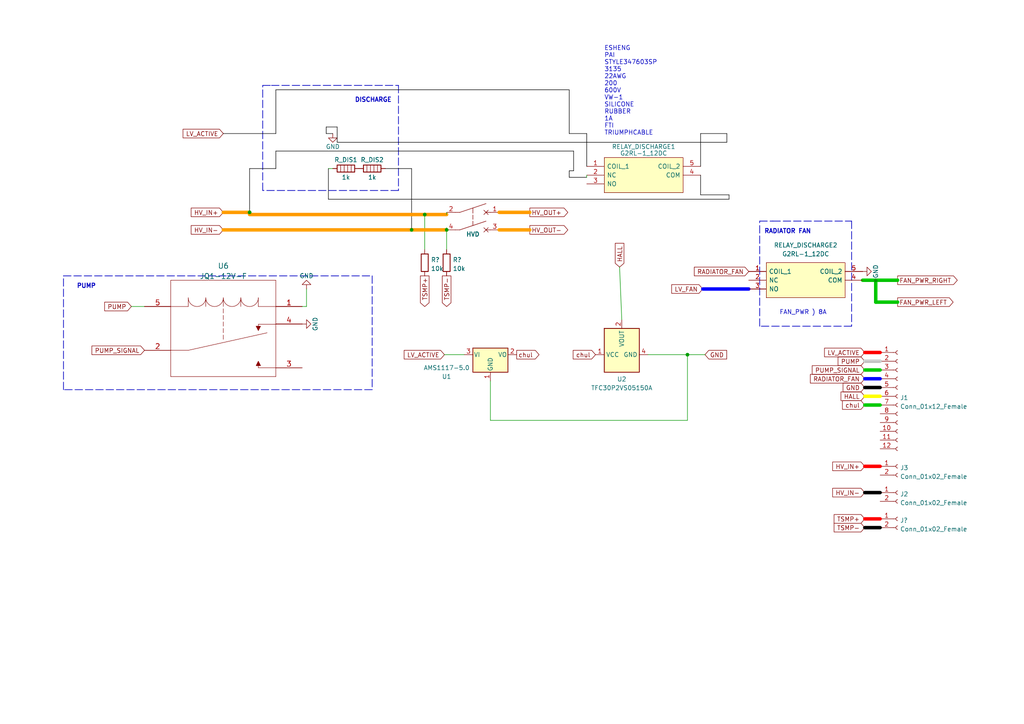
<source format=kicad_sch>
(kicad_sch (version 20211123) (generator eeschema)

  (uuid e63e39d7-6ac0-4ffd-8aa3-1841a4541b55)

  (paper "A4")

  (lib_symbols
    (symbol "Connector:Conn_01x02_Female" (pin_names (offset 1.016) hide) (in_bom yes) (on_board yes)
      (property "Reference" "J" (id 0) (at 0 2.54 0)
        (effects (font (size 1.27 1.27)))
      )
      (property "Value" "Conn_01x02_Female" (id 1) (at 0 -5.08 0)
        (effects (font (size 1.27 1.27)))
      )
      (property "Footprint" "" (id 2) (at 0 0 0)
        (effects (font (size 1.27 1.27)) hide)
      )
      (property "Datasheet" "~" (id 3) (at 0 0 0)
        (effects (font (size 1.27 1.27)) hide)
      )
      (property "ki_keywords" "connector" (id 4) (at 0 0 0)
        (effects (font (size 1.27 1.27)) hide)
      )
      (property "ki_description" "Generic connector, single row, 01x02, script generated (kicad-library-utils/schlib/autogen/connector/)" (id 5) (at 0 0 0)
        (effects (font (size 1.27 1.27)) hide)
      )
      (property "ki_fp_filters" "Connector*:*_1x??_*" (id 6) (at 0 0 0)
        (effects (font (size 1.27 1.27)) hide)
      )
      (symbol "Conn_01x02_Female_1_1"
        (arc (start 0 -2.032) (mid -0.508 -2.54) (end 0 -3.048)
          (stroke (width 0.1524) (type default) (color 0 0 0 0))
          (fill (type none))
        )
        (polyline
          (pts
            (xy -1.27 -2.54)
            (xy -0.508 -2.54)
          )
          (stroke (width 0.1524) (type default) (color 0 0 0 0))
          (fill (type none))
        )
        (polyline
          (pts
            (xy -1.27 0)
            (xy -0.508 0)
          )
          (stroke (width 0.1524) (type default) (color 0 0 0 0))
          (fill (type none))
        )
        (arc (start 0 0.508) (mid -0.508 0) (end 0 -0.508)
          (stroke (width 0.1524) (type default) (color 0 0 0 0))
          (fill (type none))
        )
        (pin passive line (at -5.08 0 0) (length 3.81)
          (name "Pin_1" (effects (font (size 1.27 1.27))))
          (number "1" (effects (font (size 1.27 1.27))))
        )
        (pin passive line (at -5.08 -2.54 0) (length 3.81)
          (name "Pin_2" (effects (font (size 1.27 1.27))))
          (number "2" (effects (font (size 1.27 1.27))))
        )
      )
    )
    (symbol "Connector:Conn_01x12_Female" (pin_names (offset 1.016) hide) (in_bom yes) (on_board yes)
      (property "Reference" "J" (id 0) (at 0 15.24 0)
        (effects (font (size 1.27 1.27)))
      )
      (property "Value" "Conn_01x12_Female" (id 1) (at 0 -17.78 0)
        (effects (font (size 1.27 1.27)))
      )
      (property "Footprint" "" (id 2) (at 0 0 0)
        (effects (font (size 1.27 1.27)) hide)
      )
      (property "Datasheet" "~" (id 3) (at 0 0 0)
        (effects (font (size 1.27 1.27)) hide)
      )
      (property "ki_keywords" "connector" (id 4) (at 0 0 0)
        (effects (font (size 1.27 1.27)) hide)
      )
      (property "ki_description" "Generic connector, single row, 01x12, script generated (kicad-library-utils/schlib/autogen/connector/)" (id 5) (at 0 0 0)
        (effects (font (size 1.27 1.27)) hide)
      )
      (property "ki_fp_filters" "Connector*:*_1x??_*" (id 6) (at 0 0 0)
        (effects (font (size 1.27 1.27)) hide)
      )
      (symbol "Conn_01x12_Female_1_1"
        (arc (start 0 -14.732) (mid -0.508 -15.24) (end 0 -15.748)
          (stroke (width 0.1524) (type default) (color 0 0 0 0))
          (fill (type none))
        )
        (arc (start 0 -12.192) (mid -0.508 -12.7) (end 0 -13.208)
          (stroke (width 0.1524) (type default) (color 0 0 0 0))
          (fill (type none))
        )
        (arc (start 0 -9.652) (mid -0.508 -10.16) (end 0 -10.668)
          (stroke (width 0.1524) (type default) (color 0 0 0 0))
          (fill (type none))
        )
        (arc (start 0 -7.112) (mid -0.508 -7.62) (end 0 -8.128)
          (stroke (width 0.1524) (type default) (color 0 0 0 0))
          (fill (type none))
        )
        (arc (start 0 -4.572) (mid -0.508 -5.08) (end 0 -5.588)
          (stroke (width 0.1524) (type default) (color 0 0 0 0))
          (fill (type none))
        )
        (arc (start 0 -2.032) (mid -0.508 -2.54) (end 0 -3.048)
          (stroke (width 0.1524) (type default) (color 0 0 0 0))
          (fill (type none))
        )
        (polyline
          (pts
            (xy -1.27 -15.24)
            (xy -0.508 -15.24)
          )
          (stroke (width 0.1524) (type default) (color 0 0 0 0))
          (fill (type none))
        )
        (polyline
          (pts
            (xy -1.27 -12.7)
            (xy -0.508 -12.7)
          )
          (stroke (width 0.1524) (type default) (color 0 0 0 0))
          (fill (type none))
        )
        (polyline
          (pts
            (xy -1.27 -10.16)
            (xy -0.508 -10.16)
          )
          (stroke (width 0.1524) (type default) (color 0 0 0 0))
          (fill (type none))
        )
        (polyline
          (pts
            (xy -1.27 -7.62)
            (xy -0.508 -7.62)
          )
          (stroke (width 0.1524) (type default) (color 0 0 0 0))
          (fill (type none))
        )
        (polyline
          (pts
            (xy -1.27 -5.08)
            (xy -0.508 -5.08)
          )
          (stroke (width 0.1524) (type default) (color 0 0 0 0))
          (fill (type none))
        )
        (polyline
          (pts
            (xy -1.27 -2.54)
            (xy -0.508 -2.54)
          )
          (stroke (width 0.1524) (type default) (color 0 0 0 0))
          (fill (type none))
        )
        (polyline
          (pts
            (xy -1.27 0)
            (xy -0.508 0)
          )
          (stroke (width 0.1524) (type default) (color 0 0 0 0))
          (fill (type none))
        )
        (polyline
          (pts
            (xy -1.27 2.54)
            (xy -0.508 2.54)
          )
          (stroke (width 0.1524) (type default) (color 0 0 0 0))
          (fill (type none))
        )
        (polyline
          (pts
            (xy -1.27 5.08)
            (xy -0.508 5.08)
          )
          (stroke (width 0.1524) (type default) (color 0 0 0 0))
          (fill (type none))
        )
        (polyline
          (pts
            (xy -1.27 7.62)
            (xy -0.508 7.62)
          )
          (stroke (width 0.1524) (type default) (color 0 0 0 0))
          (fill (type none))
        )
        (polyline
          (pts
            (xy -1.27 10.16)
            (xy -0.508 10.16)
          )
          (stroke (width 0.1524) (type default) (color 0 0 0 0))
          (fill (type none))
        )
        (polyline
          (pts
            (xy -1.27 12.7)
            (xy -0.508 12.7)
          )
          (stroke (width 0.1524) (type default) (color 0 0 0 0))
          (fill (type none))
        )
        (arc (start 0 0.508) (mid -0.508 0) (end 0 -0.508)
          (stroke (width 0.1524) (type default) (color 0 0 0 0))
          (fill (type none))
        )
        (arc (start 0 3.048) (mid -0.508 2.54) (end 0 2.032)
          (stroke (width 0.1524) (type default) (color 0 0 0 0))
          (fill (type none))
        )
        (arc (start 0 5.588) (mid -0.508 5.08) (end 0 4.572)
          (stroke (width 0.1524) (type default) (color 0 0 0 0))
          (fill (type none))
        )
        (arc (start 0 8.128) (mid -0.508 7.62) (end 0 7.112)
          (stroke (width 0.1524) (type default) (color 0 0 0 0))
          (fill (type none))
        )
        (arc (start 0 10.668) (mid -0.508 10.16) (end 0 9.652)
          (stroke (width 0.1524) (type default) (color 0 0 0 0))
          (fill (type none))
        )
        (arc (start 0 13.208) (mid -0.508 12.7) (end 0 12.192)
          (stroke (width 0.1524) (type default) (color 0 0 0 0))
          (fill (type none))
        )
        (pin passive line (at -5.08 12.7 0) (length 3.81)
          (name "Pin_1" (effects (font (size 1.27 1.27))))
          (number "1" (effects (font (size 1.27 1.27))))
        )
        (pin passive line (at -5.08 -10.16 0) (length 3.81)
          (name "Pin_10" (effects (font (size 1.27 1.27))))
          (number "10" (effects (font (size 1.27 1.27))))
        )
        (pin passive line (at -5.08 -12.7 0) (length 3.81)
          (name "Pin_11" (effects (font (size 1.27 1.27))))
          (number "11" (effects (font (size 1.27 1.27))))
        )
        (pin passive line (at -5.08 -15.24 0) (length 3.81)
          (name "Pin_12" (effects (font (size 1.27 1.27))))
          (number "12" (effects (font (size 1.27 1.27))))
        )
        (pin passive line (at -5.08 10.16 0) (length 3.81)
          (name "Pin_2" (effects (font (size 1.27 1.27))))
          (number "2" (effects (font (size 1.27 1.27))))
        )
        (pin passive line (at -5.08 7.62 0) (length 3.81)
          (name "Pin_3" (effects (font (size 1.27 1.27))))
          (number "3" (effects (font (size 1.27 1.27))))
        )
        (pin passive line (at -5.08 5.08 0) (length 3.81)
          (name "Pin_4" (effects (font (size 1.27 1.27))))
          (number "4" (effects (font (size 1.27 1.27))))
        )
        (pin passive line (at -5.08 2.54 0) (length 3.81)
          (name "Pin_5" (effects (font (size 1.27 1.27))))
          (number "5" (effects (font (size 1.27 1.27))))
        )
        (pin passive line (at -5.08 0 0) (length 3.81)
          (name "Pin_6" (effects (font (size 1.27 1.27))))
          (number "6" (effects (font (size 1.27 1.27))))
        )
        (pin passive line (at -5.08 -2.54 0) (length 3.81)
          (name "Pin_7" (effects (font (size 1.27 1.27))))
          (number "7" (effects (font (size 1.27 1.27))))
        )
        (pin passive line (at -5.08 -5.08 0) (length 3.81)
          (name "Pin_8" (effects (font (size 1.27 1.27))))
          (number "8" (effects (font (size 1.27 1.27))))
        )
        (pin passive line (at -5.08 -7.62 0) (length 3.81)
          (name "Pin_9" (effects (font (size 1.27 1.27))))
          (number "9" (effects (font (size 1.27 1.27))))
        )
      )
    )
    (symbol "Device:CircuitBreaker_2P" (in_bom yes) (on_board yes)
      (property "Reference" "CB" (id 0) (at 3.81 0 0)
        (effects (font (size 1.27 1.27)) (justify left))
      )
      (property "Value" "CircuitBreaker_2P" (id 1) (at 3.81 2.54 0)
        (effects (font (size 1.27 1.27)) (justify left))
      )
      (property "Footprint" "" (id 2) (at -2.54 0 0)
        (effects (font (size 1.27 1.27)) hide)
      )
      (property "Datasheet" "~" (id 3) (at -2.54 0 0)
        (effects (font (size 1.27 1.27)) hide)
      )
      (property "ki_keywords" "CB 2P" (id 4) (at 0 0 0)
        (effects (font (size 1.27 1.27)) hide)
      )
      (property "ki_description" "Double pole circuit breaker" (id 5) (at 0 0 0)
        (effects (font (size 1.27 1.27)) hide)
      )
      (symbol "CircuitBreaker_2P_0_1"
        (polyline
          (pts
            (xy -3.81 0)
            (xy -2.286 0)
          )
          (stroke (width 0) (type default) (color 0 0 0 0))
          (fill (type none))
        )
        (polyline
          (pts
            (xy -2.54 -3.81)
            (xy -5.08 3.81)
          )
          (stroke (width 0) (type default) (color 0 0 0 0))
          (fill (type none))
        )
        (polyline
          (pts
            (xy -1.778 0)
            (xy -0.508 0)
          )
          (stroke (width 0) (type default) (color 0 0 0 0))
          (fill (type none))
        )
        (polyline
          (pts
            (xy 0 0)
            (xy 1.27 0)
          )
          (stroke (width 0) (type default) (color 0 0 0 0))
          (fill (type none))
        )
        (polyline
          (pts
            (xy 2.54 -5.08)
            (xy 2.54 -3.81)
          )
          (stroke (width 0) (type default) (color 0 0 0 0))
          (fill (type none))
        )
        (polyline
          (pts
            (xy 2.54 -3.81)
            (xy 0 3.81)
          )
          (stroke (width 0) (type default) (color 0 0 0 0))
          (fill (type none))
        )
      )
      (symbol "CircuitBreaker_2P_1_1"
        (polyline
          (pts
            (xy -3.175 4.445)
            (xy -1.905 3.175)
          )
          (stroke (width 0) (type default) (color 0 0 0 0))
          (fill (type none))
        )
        (polyline
          (pts
            (xy -2.54 -3.81)
            (xy -2.54 -5.08)
          )
          (stroke (width 0) (type default) (color 0 0 0 0))
          (fill (type none))
        )
        (polyline
          (pts
            (xy -2.54 5.08)
            (xy -2.54 3.81)
          )
          (stroke (width 0) (type default) (color 0 0 0 0))
          (fill (type none))
        )
        (polyline
          (pts
            (xy -1.905 4.445)
            (xy -3.175 3.175)
          )
          (stroke (width 0) (type default) (color 0 0 0 0))
          (fill (type none))
        )
        (polyline
          (pts
            (xy 1.905 4.445)
            (xy 3.175 3.175)
          )
          (stroke (width 0) (type default) (color 0 0 0 0))
          (fill (type none))
        )
        (polyline
          (pts
            (xy 2.54 5.08)
            (xy 2.54 3.81)
          )
          (stroke (width 0) (type default) (color 0 0 0 0))
          (fill (type none))
        )
        (polyline
          (pts
            (xy 3.175 4.445)
            (xy 1.905 3.175)
          )
          (stroke (width 0) (type default) (color 0 0 0 0))
          (fill (type none))
        )
        (pin passive line (at -2.54 7.62 270) (length 2.54)
          (name "~" (effects (font (size 1.27 1.27))))
          (number "1" (effects (font (size 1.27 1.27))))
        )
        (pin passive line (at -2.54 -7.62 90) (length 2.54)
          (name "~" (effects (font (size 1.27 1.27))))
          (number "2" (effects (font (size 1.27 1.27))))
        )
        (pin passive line (at 2.54 7.62 270) (length 2.54)
          (name "~" (effects (font (size 1.27 1.27))))
          (number "3" (effects (font (size 1.27 1.27))))
        )
        (pin passive line (at 2.54 -7.62 90) (length 2.54)
          (name "~" (effects (font (size 1.27 1.27))))
          (number "4" (effects (font (size 1.27 1.27))))
        )
      )
    )
    (symbol "Device:Heater" (pin_numbers hide) (pin_names (offset 0)) (in_bom yes) (on_board yes)
      (property "Reference" "R" (id 0) (at 2.032 0 90)
        (effects (font (size 1.27 1.27)))
      )
      (property "Value" "Heater" (id 1) (at -2.032 0 90)
        (effects (font (size 1.27 1.27)))
      )
      (property "Footprint" "" (id 2) (at -1.778 0 90)
        (effects (font (size 1.27 1.27)) hide)
      )
      (property "Datasheet" "~" (id 3) (at 0 0 0)
        (effects (font (size 1.27 1.27)) hide)
      )
      (property "ki_keywords" "heater R resistor" (id 4) (at 0 0 0)
        (effects (font (size 1.27 1.27)) hide)
      )
      (property "ki_description" "Resistive heater" (id 5) (at 0 0 0)
        (effects (font (size 1.27 1.27)) hide)
      )
      (symbol "Heater_0_1"
        (rectangle (start -1.016 -2.54) (end 1.016 2.54)
          (stroke (width 0.254) (type default) (color 0 0 0 0))
          (fill (type none))
        )
        (polyline
          (pts
            (xy -1.016 1.524)
            (xy 1.016 1.524)
          )
          (stroke (width 0) (type default) (color 0 0 0 0))
          (fill (type none))
        )
        (polyline
          (pts
            (xy 1.016 -1.524)
            (xy -1.016 -1.524)
          )
          (stroke (width 0) (type default) (color 0 0 0 0))
          (fill (type none))
        )
        (polyline
          (pts
            (xy 1.016 -0.508)
            (xy -1.016 -0.508)
          )
          (stroke (width 0) (type default) (color 0 0 0 0))
          (fill (type none))
        )
        (polyline
          (pts
            (xy 1.016 0.508)
            (xy -1.016 0.508)
          )
          (stroke (width 0) (type default) (color 0 0 0 0))
          (fill (type none))
        )
      )
      (symbol "Heater_1_1"
        (pin passive line (at 0 3.81 270) (length 1.27)
          (name "~" (effects (font (size 1.27 1.27))))
          (number "1" (effects (font (size 1.27 1.27))))
        )
        (pin passive line (at 0 -3.81 90) (length 1.27)
          (name "~" (effects (font (size 1.27 1.27))))
          (number "2" (effects (font (size 1.27 1.27))))
        )
      )
    )
    (symbol "Device:R" (pin_numbers hide) (pin_names (offset 0)) (in_bom yes) (on_board yes)
      (property "Reference" "R" (id 0) (at 2.032 0 90)
        (effects (font (size 1.27 1.27)))
      )
      (property "Value" "R" (id 1) (at 0 0 90)
        (effects (font (size 1.27 1.27)))
      )
      (property "Footprint" "" (id 2) (at -1.778 0 90)
        (effects (font (size 1.27 1.27)) hide)
      )
      (property "Datasheet" "~" (id 3) (at 0 0 0)
        (effects (font (size 1.27 1.27)) hide)
      )
      (property "ki_keywords" "R res resistor" (id 4) (at 0 0 0)
        (effects (font (size 1.27 1.27)) hide)
      )
      (property "ki_description" "Resistor" (id 5) (at 0 0 0)
        (effects (font (size 1.27 1.27)) hide)
      )
      (property "ki_fp_filters" "R_*" (id 6) (at 0 0 0)
        (effects (font (size 1.27 1.27)) hide)
      )
      (symbol "R_0_1"
        (rectangle (start -1.016 -2.54) (end 1.016 2.54)
          (stroke (width 0.254) (type default) (color 0 0 0 0))
          (fill (type none))
        )
      )
      (symbol "R_1_1"
        (pin passive line (at 0 3.81 270) (length 1.27)
          (name "~" (effects (font (size 1.27 1.27))))
          (number "1" (effects (font (size 1.27 1.27))))
        )
        (pin passive line (at 0 -3.81 90) (length 1.27)
          (name "~" (effects (font (size 1.27 1.27))))
          (number "2" (effects (font (size 1.27 1.27))))
        )
      )
    )
    (symbol "G2RL-1_12DC:G2RL-1_12DC" (pin_names (offset 0.762)) (in_bom yes) (on_board yes)
      (property "Reference" "K" (id 0) (at 29.21 7.62 0)
        (effects (font (size 1.27 1.27)) (justify left))
      )
      (property "Value" "G2RL-1_12DC" (id 1) (at 29.21 5.08 0)
        (effects (font (size 1.27 1.27)) (justify left))
      )
      (property "Footprint" "G2RL112DC" (id 2) (at 29.21 2.54 0)
        (effects (font (size 1.27 1.27)) (justify left) hide)
      )
      (property "Datasheet" "http://uk.rs-online.com/web/p/products/3650490P" (id 3) (at 29.21 0 0)
        (effects (font (size 1.27 1.27)) (justify left) hide)
      )
      (property "Description" "General Purpose Relay, G2RL Series, Power, Non Latching, SPDT, 12 VDC, 12 A RoHS Compliant: Yes" (id 4) (at 29.21 -2.54 0)
        (effects (font (size 1.27 1.27)) (justify left) hide)
      )
      (property "Height" "15.7" (id 5) (at 29.21 -5.08 0)
        (effects (font (size 1.27 1.27)) (justify left) hide)
      )
      (property "Manufacturer_Name" "Omron Electronics" (id 6) (at 29.21 -7.62 0)
        (effects (font (size 1.27 1.27)) (justify left) hide)
      )
      (property "Manufacturer_Part_Number" "G2RL-1 12DC" (id 7) (at 29.21 -10.16 0)
        (effects (font (size 1.27 1.27)) (justify left) hide)
      )
      (property "Mouser Part Number" "" (id 8) (at 29.21 -12.7 0)
        (effects (font (size 1.27 1.27)) (justify left) hide)
      )
      (property "Mouser Price/Stock" "" (id 9) (at 29.21 -15.24 0)
        (effects (font (size 1.27 1.27)) (justify left) hide)
      )
      (property "Arrow Part Number" "" (id 10) (at 29.21 -17.78 0)
        (effects (font (size 1.27 1.27)) (justify left) hide)
      )
      (property "Arrow Price/Stock" "" (id 11) (at 29.21 -20.32 0)
        (effects (font (size 1.27 1.27)) (justify left) hide)
      )
      (property "ki_description" "General Purpose Relay, G2RL Series, Power, Non Latching, SPDT, 12 VDC, 12 A RoHS Compliant: Yes" (id 12) (at 0 0 0)
        (effects (font (size 1.27 1.27)) hide)
      )
      (symbol "G2RL-1_12DC_0_0"
        (pin passive line (at 0 0 0) (length 5.08)
          (name "COIL_1" (effects (font (size 1.27 1.27))))
          (number "1" (effects (font (size 1.27 1.27))))
        )
        (pin passive line (at 0 -2.54 0) (length 5.08)
          (name "NC" (effects (font (size 1.27 1.27))))
          (number "2" (effects (font (size 1.27 1.27))))
        )
        (pin passive line (at 0 -5.08 0) (length 5.08)
          (name "NO" (effects (font (size 1.27 1.27))))
          (number "3" (effects (font (size 1.27 1.27))))
        )
        (pin passive line (at 33.02 -2.54 180) (length 5.08)
          (name "COM" (effects (font (size 1.27 1.27))))
          (number "4" (effects (font (size 1.27 1.27))))
        )
        (pin passive line (at 33.02 0 180) (length 5.08)
          (name "COIL_2" (effects (font (size 1.27 1.27))))
          (number "5" (effects (font (size 1.27 1.27))))
        )
      )
      (symbol "G2RL-1_12DC_0_1"
        (polyline
          (pts
            (xy 5.08 2.54)
            (xy 27.94 2.54)
            (xy 27.94 -7.62)
            (xy 5.08 -7.62)
            (xy 5.08 2.54)
          )
          (stroke (width 0.1524) (type default) (color 0 0 0 0))
          (fill (type background))
        )
      )
    )
    (symbol "New_Library:JQ1-12V-F" (pin_names (offset -0.254) hide) (in_bom yes) (on_board yes)
      (property "Reference" "U" (id 0) (at 22.86 12.7 0)
        (effects (font (size 1.524 1.524)))
      )
      (property "Value" "JQ1-12V-F" (id 1) (at 22.86 10.16 0)
        (effects (font (size 1.524 1.524)))
      )
      (property "Footprint" "RELAY_JQ1_PAN" (id 2) (at 22.86 8.636 0)
        (effects (font (size 1.524 1.524)) hide)
      )
      (property "Datasheet" "" (id 3) (at 0 0 0)
        (effects (font (size 1.524 1.524)))
      )
      (property "ki_locked" "" (id 4) (at 0 0 0)
        (effects (font (size 1.27 1.27)))
      )
      (property "ki_fp_filters" "RELAY_JQ1_PAN" (id 5) (at 0 0 0)
        (effects (font (size 1.27 1.27)) hide)
      )
      (symbol "JQ1-12V-F_1_1"
        (polyline
          (pts
            (xy 7.62 -20.32)
            (xy 38.1 -20.32)
          )
          (stroke (width 0.127) (type default) (color 0 0 0 0))
          (fill (type none))
        )
        (polyline
          (pts
            (xy 7.62 7.62)
            (xy 7.62 -20.32)
          )
          (stroke (width 0.127) (type default) (color 0 0 0 0))
          (fill (type none))
        )
        (polyline
          (pts
            (xy 12.7 -12.7)
            (xy 7.62 -12.7)
          )
          (stroke (width 0.127) (type default) (color 0 0 0 0))
          (fill (type none))
        )
        (polyline
          (pts
            (xy 12.7 -12.7)
            (xy 35.56 -7.62)
          )
          (stroke (width 0.127) (type default) (color 0 0 0 0))
          (fill (type none))
        )
        (polyline
          (pts
            (xy 12.7 0)
            (xy 7.62 0)
          )
          (stroke (width 0.127) (type default) (color 0 0 0 0))
          (fill (type none))
        )
        (polyline
          (pts
            (xy 12.7 2.54)
            (xy 12.7 0)
          )
          (stroke (width 0.127) (type default) (color 0 0 0 0))
          (fill (type none))
        )
        (polyline
          (pts
            (xy 17.78 2.54)
            (xy 17.78 0)
          )
          (stroke (width 0.127) (type default) (color 0 0 0 0))
          (fill (type none))
        )
        (polyline
          (pts
            (xy 22.86 -8.255)
            (xy 22.86 -9.525)
          )
          (stroke (width 0.127) (type default) (color 0 0 0 0))
          (fill (type none))
        )
        (polyline
          (pts
            (xy 22.86 -6.35)
            (xy 22.86 -7.62)
          )
          (stroke (width 0.127) (type default) (color 0 0 0 0))
          (fill (type none))
        )
        (polyline
          (pts
            (xy 22.86 -4.445)
            (xy 22.86 -5.715)
          )
          (stroke (width 0.127) (type default) (color 0 0 0 0))
          (fill (type none))
        )
        (polyline
          (pts
            (xy 22.86 -2.54)
            (xy 22.86 -3.81)
          )
          (stroke (width 0.127) (type default) (color 0 0 0 0))
          (fill (type none))
        )
        (polyline
          (pts
            (xy 22.86 -1.905)
            (xy 22.86 -0.635)
          )
          (stroke (width 0.127) (type default) (color 0 0 0 0))
          (fill (type none))
        )
        (polyline
          (pts
            (xy 22.86 2.54)
            (xy 22.86 0)
          )
          (stroke (width 0.127) (type default) (color 0 0 0 0))
          (fill (type none))
        )
        (polyline
          (pts
            (xy 27.94 2.54)
            (xy 27.94 0)
          )
          (stroke (width 0.127) (type default) (color 0 0 0 0))
          (fill (type none))
        )
        (polyline
          (pts
            (xy 33.02 -17.78)
            (xy 33.02 -16.51)
          )
          (stroke (width 0.127) (type default) (color 0 0 0 0))
          (fill (type none))
        )
        (polyline
          (pts
            (xy 33.02 0)
            (xy 38.1 0)
          )
          (stroke (width 0.127) (type default) (color 0 0 0 0))
          (fill (type none))
        )
        (polyline
          (pts
            (xy 33.02 2.54)
            (xy 33.02 0)
          )
          (stroke (width 0.127) (type default) (color 0 0 0 0))
          (fill (type none))
        )
        (polyline
          (pts
            (xy 33.0454 -6.477)
            (xy 33.0454 -5.1562)
          )
          (stroke (width 0.127) (type default) (color 0 0 0 0))
          (fill (type none))
        )
        (polyline
          (pts
            (xy 33.0454 -5.1562)
            (xy 38.1254 -5.1562)
          )
          (stroke (width 0.127) (type default) (color 0 0 0 0))
          (fill (type none))
        )
        (polyline
          (pts
            (xy 38.1 -20.32)
            (xy 38.1 7.62)
          )
          (stroke (width 0.127) (type default) (color 0 0 0 0))
          (fill (type none))
        )
        (polyline
          (pts
            (xy 38.1 -17.78)
            (xy 33.02 -17.78)
          )
          (stroke (width 0.127) (type default) (color 0 0 0 0))
          (fill (type none))
        )
        (polyline
          (pts
            (xy 38.1 7.62)
            (xy 7.62 7.62)
          )
          (stroke (width 0.127) (type default) (color 0 0 0 0))
          (fill (type none))
        )
        (polyline
          (pts
            (xy 32.385 -5.715)
            (xy 33.655 -5.715)
            (xy 33.02 -6.985)
            (xy 32.385 -5.715)
          )
          (stroke (width 0) (type default) (color 0 0 0 0))
          (fill (type outline))
        )
        (polyline
          (pts
            (xy 33.655 -17.145)
            (xy 32.385 -17.145)
            (xy 33.02 -15.875)
            (xy 33.655 -17.145)
          )
          (stroke (width 0) (type default) (color 0 0 0 0))
          (fill (type outline))
        )
        (arc (start 12.7 2.54) (mid 15.24 0) (end 17.78 2.54)
          (stroke (width 0.127) (type default) (color 0 0 0 0))
          (fill (type none))
        )
        (arc (start 17.78 2.54) (mid 20.32 0) (end 22.86 2.54)
          (stroke (width 0.127) (type default) (color 0 0 0 0))
          (fill (type none))
        )
        (arc (start 22.86 2.54) (mid 25.4 0) (end 27.94 2.54)
          (stroke (width 0.127) (type default) (color 0 0 0 0))
          (fill (type none))
        )
        (arc (start 27.94 2.54) (mid 30.48 0) (end 33.02 2.54)
          (stroke (width 0.127) (type default) (color 0 0 0 0))
          (fill (type none))
        )
        (pin unspecified line (at 45.72 0 180) (length 7.62)
          (name "1" (effects (font (size 1.4986 1.4986))))
          (number "1" (effects (font (size 1.4986 1.4986))))
        )
        (pin unspecified line (at 0 -12.7 0) (length 7.62)
          (name "2" (effects (font (size 1.4986 1.4986))))
          (number "2" (effects (font (size 1.4986 1.4986))))
        )
        (pin unspecified line (at 45.72 -17.78 180) (length 7.62)
          (name "3" (effects (font (size 1.4986 1.4986))))
          (number "3" (effects (font (size 1.4986 1.4986))))
        )
        (pin unspecified line (at 45.72 -5.08 180) (length 7.62)
          (name "4" (effects (font (size 1.4986 1.4986))))
          (number "4" (effects (font (size 1.4986 1.4986))))
        )
        (pin unspecified line (at 0 0 0) (length 7.62)
          (name "5" (effects (font (size 1.4986 1.4986))))
          (number "5" (effects (font (size 1.4986 1.4986))))
        )
      )
    )
    (symbol "Regulator_Linear:AMS1117-5.0" (pin_names (offset 0.254)) (in_bom yes) (on_board yes)
      (property "Reference" "U" (id 0) (at -3.81 3.175 0)
        (effects (font (size 1.27 1.27)))
      )
      (property "Value" "AMS1117-5.0" (id 1) (at 0 3.175 0)
        (effects (font (size 1.27 1.27)) (justify left))
      )
      (property "Footprint" "Package_TO_SOT_SMD:SOT-223-3_TabPin2" (id 2) (at 0 5.08 0)
        (effects (font (size 1.27 1.27)) hide)
      )
      (property "Datasheet" "http://www.advanced-monolithic.com/pdf/ds1117.pdf" (id 3) (at 2.54 -6.35 0)
        (effects (font (size 1.27 1.27)) hide)
      )
      (property "ki_keywords" "linear regulator ldo fixed positive" (id 4) (at 0 0 0)
        (effects (font (size 1.27 1.27)) hide)
      )
      (property "ki_description" "1A Low Dropout regulator, positive, 5.0V fixed output, SOT-223" (id 5) (at 0 0 0)
        (effects (font (size 1.27 1.27)) hide)
      )
      (property "ki_fp_filters" "SOT?223*TabPin2*" (id 6) (at 0 0 0)
        (effects (font (size 1.27 1.27)) hide)
      )
      (symbol "AMS1117-5.0_0_1"
        (rectangle (start -5.08 -5.08) (end 5.08 1.905)
          (stroke (width 0.254) (type default) (color 0 0 0 0))
          (fill (type background))
        )
      )
      (symbol "AMS1117-5.0_1_1"
        (pin power_in line (at 0 -7.62 90) (length 2.54)
          (name "GND" (effects (font (size 1.27 1.27))))
          (number "1" (effects (font (size 1.27 1.27))))
        )
        (pin power_out line (at 7.62 0 180) (length 2.54)
          (name "VO" (effects (font (size 1.27 1.27))))
          (number "2" (effects (font (size 1.27 1.27))))
        )
        (pin power_in line (at -7.62 0 0) (length 2.54)
          (name "VI" (effects (font (size 1.27 1.27))))
          (number "3" (effects (font (size 1.27 1.27))))
        )
      )
    )
    (symbol "Sensor_Current:A1363xKTTN-1" (in_bom yes) (on_board yes)
      (property "Reference" "U" (id 0) (at 8.89 6.35 0)
        (effects (font (size 1.27 1.27)) (justify left))
      )
      (property "Value" "A1363xKTTN-1" (id 1) (at 8.89 3.81 0)
        (effects (font (size 1.27 1.27)) (justify left))
      )
      (property "Footprint" "Sensor_Current:Allegro_SIP-4" (id 2) (at 8.89 -2.54 0)
        (effects (font (size 1.27 1.27) italic) (justify left) hide)
      )
      (property "Datasheet" "http://www.allegromicro.com/~/media/Files/Datasheets/A1363-Datasheet.ashx?la=en" (id 3) (at 0 0 0)
        (effects (font (size 1.27 1.27)) hide)
      )
      (property "ki_keywords" "hall effect current monitor sensor isolated" (id 4) (at 0 0 0)
        (effects (font (size 1.27 1.27)) hide)
      )
      (property "ki_description" "Programmable Linear Hall Effect Sensor, +0.6 to +1.3mV/G, SIP-4" (id 5) (at 0 0 0)
        (effects (font (size 1.27 1.27)) hide)
      )
      (property "ki_fp_filters" "Allegro*SIP*" (id 6) (at 0 0 0)
        (effects (font (size 1.27 1.27)) hide)
      )
      (symbol "A1363xKTTN-1_0_1"
        (rectangle (start -5.08 5.08) (end 7.62 -5.08)
          (stroke (width 0.254) (type default) (color 0 0 0 0))
          (fill (type background))
        )
      )
      (symbol "A1363xKTTN-1_1_1"
        (pin power_in line (at 0 7.62 270) (length 2.54)
          (name "VCC" (effects (font (size 1.27 1.27))))
          (number "1" (effects (font (size 1.27 1.27))))
        )
        (pin output line (at 10.16 0 180) (length 2.54)
          (name "VOUT" (effects (font (size 1.27 1.27))))
          (number "2" (effects (font (size 1.27 1.27))))
        )
        (pin no_connect line (at 7.62 -2.54 180) (length 2.54) hide
          (name "NC" (effects (font (size 1.27 1.27))))
          (number "3" (effects (font (size 1.27 1.27))))
        )
        (pin power_in line (at 0 -7.62 90) (length 2.54)
          (name "GND" (effects (font (size 1.27 1.27))))
          (number "4" (effects (font (size 1.27 1.27))))
        )
      )
    )
    (symbol "power:GND" (power) (pin_names (offset 0)) (in_bom yes) (on_board yes)
      (property "Reference" "#PWR" (id 0) (at 0 -6.35 0)
        (effects (font (size 1.27 1.27)) hide)
      )
      (property "Value" "GND" (id 1) (at 0 -3.81 0)
        (effects (font (size 1.27 1.27)))
      )
      (property "Footprint" "" (id 2) (at 0 0 0)
        (effects (font (size 1.27 1.27)) hide)
      )
      (property "Datasheet" "" (id 3) (at 0 0 0)
        (effects (font (size 1.27 1.27)) hide)
      )
      (property "ki_keywords" "power-flag" (id 4) (at 0 0 0)
        (effects (font (size 1.27 1.27)) hide)
      )
      (property "ki_description" "Power symbol creates a global label with name \"GND\" , ground" (id 5) (at 0 0 0)
        (effects (font (size 1.27 1.27)) hide)
      )
      (symbol "GND_0_1"
        (polyline
          (pts
            (xy 0 0)
            (xy 0 -1.27)
            (xy 1.27 -1.27)
            (xy 0 -2.54)
            (xy -1.27 -1.27)
            (xy 0 -1.27)
          )
          (stroke (width 0) (type default) (color 0 0 0 0))
          (fill (type none))
        )
      )
      (symbol "GND_1_1"
        (pin power_in line (at 0 0 270) (length 0) hide
          (name "GND" (effects (font (size 1.27 1.27))))
          (number "1" (effects (font (size 1.27 1.27))))
        )
      )
    )
  )

  (junction (at 129.54 66.675) (diameter 0) (color 0 0 0 0)
    (uuid 2818b549-2c8f-4f7a-be15-8e42057d0f94)
  )
  (junction (at 199.39 102.87) (diameter 0) (color 0 0 0 0)
    (uuid 5bbf070e-2efd-4e21-b379-d12649dfed08)
  )
  (junction (at 119.38 66.675) (diameter 0) (color 0 0 0 0)
    (uuid 86ad0555-08b3-4dde-9a3e-c1e5e29b6615)
  )
  (junction (at 72.39 61.595) (diameter 0) (color 0 0 0 0)
    (uuid 98966de3-2364-43d8-a2e0-b03bb9487b03)
  )
  (junction (at 123.19 62.23) (diameter 0) (color 0 0 0 0)
    (uuid ecdf58a1-c9b4-4d20-96f4-fc313b8fbed8)
  )
  (junction (at 254 81.28) (diameter 0) (color 0 0 0 0)
    (uuid fefc421b-13c8-4b25-a298-4c9dae461ced)
  )

  (wire (pts (xy 250.825 104.775) (xy 255.27 104.775))
    (stroke (width 1) (type default) (color 194 194 194 1))
    (uuid 0548b5b4-cb6a-4383-985b-2777ce991c3e)
  )
  (wire (pts (xy 80.01 38.735) (xy 80.01 26.035))
    (stroke (width 0) (type default) (color 0 0 0 1))
    (uuid 06d89fd9-9260-4897-af91-fa6999751a78)
  )
  (wire (pts (xy 166.37 49.53) (xy 165.1 49.53))
    (stroke (width 0) (type default) (color 0 0 0 1))
    (uuid 07e975d9-6aee-4640-90f3-1102bd983ef2)
  )
  (wire (pts (xy 250.825 135.255) (xy 255.27 135.255))
    (stroke (width 1) (type default) (color 255 0 0 1))
    (uuid 0bc4a849-5f93-40a7-8f00-efd98ea94086)
  )
  (wire (pts (xy 97.79 36.83) (xy 94.615 36.83))
    (stroke (width 0) (type default) (color 0 0 0 1))
    (uuid 108fa68f-5784-44d5-a0f0-2bfc8d7f7d1f)
  )
  (wire (pts (xy 254 81.28) (xy 254 87.63))
    (stroke (width 1) (type default) (color 0 194 0 1))
    (uuid 13f161b6-4663-4a1a-a9ff-194922aec606)
  )
  (wire (pts (xy 250.825 142.875) (xy 255.27 142.875))
    (stroke (width 1) (type default) (color 0 0 0 1))
    (uuid 18648368-8315-41f6-b287-55706b48f79e)
  )
  (wire (pts (xy 250.825 112.395) (xy 255.27 112.395))
    (stroke (width 1) (type default) (color 0 0 0 1))
    (uuid 188bd81e-55cf-4eb8-ac51-32c0165c3b7f)
  )
  (wire (pts (xy 119.38 66.675) (xy 129.54 66.675))
    (stroke (width 1) (type default) (color 255 153 0 1))
    (uuid 1c9f6fea-1796-4a2d-80b3-ae22ce51c8f5)
  )
  (wire (pts (xy 129.54 62.23) (xy 129.54 61.595))
    (stroke (width 0) (type default) (color 0 0 0 0))
    (uuid 1d63ba5a-671a-4ee7-a188-83c2a30d489f)
  )
  (polyline (pts (xy 247.015 94.615) (xy 220.345 94.615))
    (stroke (width 0.2) (type default) (color 0 0 0 0))
    (uuid 20901d7e-a300-4069-8967-a6a7e97a68bc)
  )

  (wire (pts (xy 250.825 153.035) (xy 255.27 153.035))
    (stroke (width 1) (type default) (color 0 0 0 1))
    (uuid 20b6f547-8f23-4ca0-8198-b15b71fba76d)
  )
  (wire (pts (xy 250.825 117.475) (xy 255.27 117.475))
    (stroke (width 1) (type default) (color 0 194 0 1))
    (uuid 253438e1-b2d5-45c8-bcfc-742c8344ecea)
  )
  (wire (pts (xy 250.825 109.855) (xy 255.27 109.855))
    (stroke (width 1) (type default) (color 0 0 255 1))
    (uuid 2d5b3e10-9b65-4abf-803e-969a546fc8e3)
  )
  (wire (pts (xy 80.01 43.815) (xy 166.37 43.815))
    (stroke (width 0) (type default) (color 0 0 0 1))
    (uuid 34e368cd-7319-4d02-bb45-bfa6da197e7d)
  )
  (wire (pts (xy 254 81.28) (xy 260.35 81.28))
    (stroke (width 1) (type default) (color 0 194 0 1))
    (uuid 359a92c1-10f8-4464-bbe5-7a821d7f8691)
  )
  (wire (pts (xy 95.25 48.895) (xy 95.25 57.785))
    (stroke (width 0) (type default) (color 0 0 0 1))
    (uuid 3cb45877-ace9-445c-ac22-368d468f9c2c)
  )
  (wire (pts (xy 250.825 102.235) (xy 255.27 102.235))
    (stroke (width 1) (type default) (color 255 0 0 1))
    (uuid 4110e71c-ac60-4e49-a67d-42ff60f3a0ba)
  )
  (wire (pts (xy 123.19 62.23) (xy 123.19 72.39))
    (stroke (width 0) (type default) (color 0 0 0 0))
    (uuid 42a9070a-cc68-4617-a4e7-f9a7b6208d3f)
  )
  (wire (pts (xy 88.9 83.82) (xy 88.9 88.9))
    (stroke (width 0) (type default) (color 0 0 0 0))
    (uuid 44d35ba8-067d-472c-bddf-312709848898)
  )
  (polyline (pts (xy 107.95 113.03) (xy 18.415 113.03))
    (stroke (width 0.2) (type default) (color 0 0 0 0))
    (uuid 451447ff-6def-440c-8843-151df0ae112c)
  )
  (polyline (pts (xy 115.57 55.245) (xy 76.2 55.245))
    (stroke (width 0.2) (type default) (color 0 0 0 0))
    (uuid 4641c87c-bffa-41fe-ae77-be3a97a6f797)
  )

  (wire (pts (xy 203.2 48.26) (xy 203.2 38.735))
    (stroke (width 0) (type default) (color 0 0 0 1))
    (uuid 49d2b1cd-0b17-46eb-b7bd-ab73d910b989)
  )
  (wire (pts (xy 203.2 50.8) (xy 203.2 56.515))
    (stroke (width 0) (type default) (color 0 0 0 1))
    (uuid 4b42b984-e83b-4b9e-8987-22342cecfc5f)
  )
  (wire (pts (xy 64.77 66.675) (xy 119.38 66.675))
    (stroke (width 1) (type default) (color 255 153 0 1))
    (uuid 4cc0e615-05a0-4f42-a208-4011ba8ef841)
  )
  (wire (pts (xy 94.615 38.735) (xy 96.52 38.735))
    (stroke (width 0) (type default) (color 0 0 0 1))
    (uuid 4cfd9a02-97ef-4af4-a6b8-db9be1a8fda5)
  )
  (wire (pts (xy 165.1 51.435) (xy 170.18 51.435))
    (stroke (width 0) (type default) (color 0 0 0 1))
    (uuid 4d747a23-5486-4016-a0e6-055ecc089488)
  )
  (wire (pts (xy 97.79 41.275) (xy 97.79 36.83))
    (stroke (width 0) (type default) (color 0 0 0 1))
    (uuid 568b106d-2bd4-47a7-b3dc-aa3253dc95a9)
  )
  (wire (pts (xy 129.54 66.04) (xy 129.54 66.675))
    (stroke (width 0) (type default) (color 0 0 0 0))
    (uuid 5cf9ec1b-c4a8-417a-ba3f-dcdfc769d4e0)
  )
  (wire (pts (xy 41.91 88.9) (xy 38.1 88.9))
    (stroke (width 0) (type default) (color 0 0 0 0))
    (uuid 5f6ffa5f-a6ff-4240-9837-ac7a38657e8b)
  )
  (wire (pts (xy 96.52 48.895) (xy 95.25 48.895))
    (stroke (width 0) (type default) (color 0 0 0 0))
    (uuid 631c7be5-8dc2-4df4-ab73-737bb928e763)
  )
  (wire (pts (xy 203.2 38.735) (xy 210.82 38.735))
    (stroke (width 0) (type default) (color 0 0 0 1))
    (uuid 63359286-beaf-4c54-b415-0bbfefb3f9c6)
  )
  (polyline (pts (xy 18.415 80.01) (xy 66.04 80.01))
    (stroke (width 0.2) (type default) (color 0 0 0 0))
    (uuid 6c7fc84c-1ce1-4585-a719-8e11fbd3d3f9)
  )

  (wire (pts (xy 187.96 102.87) (xy 199.39 102.87))
    (stroke (width 0) (type default) (color 0 0 0 0))
    (uuid 73fd80ba-015b-4589-b8f9-032e8415bece)
  )
  (wire (pts (xy 142.24 110.49) (xy 142.24 121.92))
    (stroke (width 0) (type default) (color 0 0 0 0))
    (uuid 7e35086e-b047-458b-b038-4b9c2b70d463)
  )
  (wire (pts (xy 203.2 56.515) (xy 211.455 56.515))
    (stroke (width 0) (type default) (color 0 0 0 1))
    (uuid 80f8167a-76fc-49fc-abbe-938166fac5c3)
  )
  (polyline (pts (xy 115.57 24.765) (xy 115.57 55.245))
    (stroke (width 0.2) (type default) (color 0 0 0 0))
    (uuid 851f3d61-ba3b-4e6e-abd4-cafa4d9b64cb)
  )

  (wire (pts (xy 142.24 121.92) (xy 199.39 121.92))
    (stroke (width 0) (type default) (color 0 0 0 0))
    (uuid 864b4c09-75ce-4c00-9e30-f8ef4fca1ee4)
  )
  (polyline (pts (xy 220.345 94.615) (xy 220.345 64.135))
    (stroke (width 0.2) (type default) (color 0 0 0 0))
    (uuid 87a1984f-543d-4f2e-ad8a-7a3a24ee6047)
  )

  (wire (pts (xy 165.1 26.035) (xy 165.1 38.735))
    (stroke (width 0) (type default) (color 0 0 0 1))
    (uuid 8a55071b-1f4d-4a71-ba89-66f51c288370)
  )
  (polyline (pts (xy 76.2 55.245) (xy 76.2 24.765))
    (stroke (width 0.2) (type default) (color 0 0 0 0))
    (uuid 8a8c373f-9bc3-4cf7-8f41-4802da916698)
  )

  (wire (pts (xy 254 87.63) (xy 260.35 87.63))
    (stroke (width 1) (type default) (color 0 194 0 1))
    (uuid 8c092977-0f19-42be-9c1d-2f8e4d4babd3)
  )
  (wire (pts (xy 170.18 51.435) (xy 170.18 50.8))
    (stroke (width 0) (type default) (color 0 0 0 0))
    (uuid 8c9c179f-318f-4b3c-a530-90beee2229b8)
  )
  (wire (pts (xy 203.835 83.82) (xy 217.17 83.82))
    (stroke (width 1) (type default) (color 0 0 255 1))
    (uuid 9264500c-9af3-4dc7-9fd6-bcf2403182e5)
  )
  (wire (pts (xy 72.39 62.23) (xy 123.19 62.23))
    (stroke (width 1) (type default) (color 255 153 0 1))
    (uuid 92761c09-a591-4c8e-af4d-e0e2262cb01d)
  )
  (wire (pts (xy 80.01 38.735) (xy 64.77 38.735))
    (stroke (width 0) (type default) (color 0 0 0 1))
    (uuid 929a9b03-e99e-4b88-8e16-759f8c6b59a5)
  )
  (wire (pts (xy 250.825 150.495) (xy 255.27 150.495))
    (stroke (width 1) (type default) (color 255 0 0 1))
    (uuid 95576a76-91bb-4db4-bcad-45ffa1fb7580)
  )
  (wire (pts (xy 250.825 114.935) (xy 255.27 114.935))
    (stroke (width 1) (type default) (color 255 255 0 1))
    (uuid 996c5414-4d36-42a5-a5a3-5c685d76f56d)
  )
  (wire (pts (xy 128.905 102.87) (xy 134.62 102.87))
    (stroke (width 0) (type default) (color 0 0 0 0))
    (uuid a03396a2-cda6-4731-93bb-74201c0661ac)
  )
  (wire (pts (xy 211.455 57.785) (xy 211.455 56.515))
    (stroke (width 0) (type default) (color 0 0 0 1))
    (uuid a36fff4a-3c91-470a-83f7-64c053b9ad45)
  )
  (wire (pts (xy 179.705 77.47) (xy 180.34 92.71))
    (stroke (width 0) (type default) (color 0 0 0 0))
    (uuid a685c1dd-067f-481c-8b6c-8bbe72d53176)
  )
  (wire (pts (xy 199.39 121.92) (xy 199.39 102.87))
    (stroke (width 0) (type default) (color 0 0 0 0))
    (uuid a76b481f-57e5-49e4-9fc4-95773517de08)
  )
  (wire (pts (xy 72.39 48.895) (xy 72.39 61.595))
    (stroke (width 0) (type default) (color 0 0 0 1))
    (uuid aadc3df5-0e2d-4f3d-b72e-6f184da74c89)
  )
  (polyline (pts (xy 220.345 64.135) (xy 224.155 64.135))
    (stroke (width 0.2) (type default) (color 0 0 0 0))
    (uuid b12e5309-5d01-40ef-a9c3-8453e00a555e)
  )

  (wire (pts (xy 80.01 48.895) (xy 72.39 48.895))
    (stroke (width 0) (type default) (color 0 0 0 1))
    (uuid b21299b9-3c4d-43df-b399-7f9b08eb5470)
  )
  (wire (pts (xy 72.39 62.23) (xy 72.39 61.595))
    (stroke (width 0) (type default) (color 0 0 0 0))
    (uuid bc963c53-639d-4010-b5f2-240b3ece2447)
  )
  (wire (pts (xy 144.78 66.675) (xy 153.67 66.675))
    (stroke (width 1) (type default) (color 255 153 0 1))
    (uuid be6b17f9-34f5-44e9-a4c7-725d2e274a9d)
  )
  (polyline (pts (xy 76.2 24.765) (xy 78.74 24.765))
    (stroke (width 0.2) (type default) (color 0 0 0 0))
    (uuid c210293b-1d7a-4e96-92e9-058784106727)
  )

  (wire (pts (xy 129.54 66.675) (xy 129.54 72.39))
    (stroke (width 0) (type default) (color 0 0 0 0))
    (uuid c2f803a9-5d3f-45c8-8a77-0101f38ab25e)
  )
  (wire (pts (xy 94.615 36.83) (xy 94.615 38.735))
    (stroke (width 0) (type default) (color 0 0 0 1))
    (uuid c301dc4b-e48f-43b9-b232-5b20de6d4679)
  )
  (wire (pts (xy 170.18 38.735) (xy 165.1 38.735))
    (stroke (width 0) (type default) (color 0 0 0 1))
    (uuid c48e67e1-6a4a-4327-94ed-741ccd48e07a)
  )
  (polyline (pts (xy 18.415 113.03) (xy 18.415 80.01))
    (stroke (width 0.2) (type default) (color 0 0 0 0))
    (uuid c49641b4-add2-4961-a7d0-c1e4d8399733)
  )

  (wire (pts (xy 210.82 38.735) (xy 210.82 41.275))
    (stroke (width 0) (type default) (color 0 0 0 1))
    (uuid c77f153f-ca28-4df7-b982-ffc88c2e12ae)
  )
  (wire (pts (xy 210.82 41.275) (xy 97.79 41.275))
    (stroke (width 0) (type default) (color 0 0 0 1))
    (uuid c8c667f8-2baa-4aeb-a75c-e5cdd7d1c7e7)
  )
  (polyline (pts (xy 78.74 24.765) (xy 115.57 24.765))
    (stroke (width 0.2) (type default) (color 0 0 0 0))
    (uuid ca6e2466-a90a-4dab-be16-b070610e5087)
  )
  (polyline (pts (xy 247.015 64.135) (xy 247.015 94.615))
    (stroke (width 0.2) (type default) (color 0 0 0 0))
    (uuid cee2f43a-7d22-4585-a857-73949bd17a9d)
  )
  (polyline (pts (xy 224.155 64.135) (xy 247.015 64.135))
    (stroke (width 0.2) (type default) (color 0 0 0 0))
    (uuid cf21dfe3-ab4f-4ad9-b7cf-dc892d833b13)
  )

  (wire (pts (xy 119.38 48.895) (xy 119.38 66.675))
    (stroke (width 0) (type default) (color 0 0 0 1))
    (uuid d18f2428-546f-4066-8ffb-7653303685db)
  )
  (wire (pts (xy 80.01 48.895) (xy 80.01 43.815))
    (stroke (width 0) (type default) (color 0 0 0 1))
    (uuid d780510e-9ba1-43bf-b948-450a982c1046)
  )
  (wire (pts (xy 111.76 48.895) (xy 119.38 48.895))
    (stroke (width 0) (type default) (color 0 0 0 1))
    (uuid d95c6650-fcd9-4184-97fe-fde43ea5c0cd)
  )
  (polyline (pts (xy 66.04 80.01) (xy 107.95 80.01))
    (stroke (width 0.2) (type default) (color 0 0 0 0))
    (uuid e1416fff-80bd-4c84-b0bd-ee38126913d6)
  )

  (wire (pts (xy 64.77 61.595) (xy 72.39 61.595))
    (stroke (width 1) (type default) (color 255 153 0 1))
    (uuid e2fac877-439c-4da0-af2e-5fdc70f85d42)
  )
  (wire (pts (xy 170.18 48.26) (xy 170.18 38.735))
    (stroke (width 0) (type default) (color 0 0 0 1))
    (uuid e8c9c927-31dc-486c-bf60-092d9d0b31ab)
  )
  (polyline (pts (xy 107.95 80.01) (xy 107.95 113.03))
    (stroke (width 0.2) (type default) (color 0 0 0 0))
    (uuid ed5022c0-b41f-4d70-b796-a80b55017192)
  )

  (wire (pts (xy 165.1 49.53) (xy 165.1 51.435))
    (stroke (width 0) (type default) (color 0 0 0 1))
    (uuid f01cabdf-24be-4906-a70d-7e23c8fb6414)
  )
  (wire (pts (xy 166.37 43.815) (xy 166.37 49.53))
    (stroke (width 0) (type default) (color 0 0 0 1))
    (uuid f02c3957-c94a-4a45-ae15-d33cfa68ff52)
  )
  (wire (pts (xy 95.25 57.785) (xy 211.455 57.785))
    (stroke (width 0) (type default) (color 0 0 0 1))
    (uuid f07a6fda-7045-4613-85fb-83fa3d3d6025)
  )
  (wire (pts (xy 87.63 88.9) (xy 88.9 88.9))
    (stroke (width 0) (type default) (color 0 0 0 0))
    (uuid f0c4fabd-ee55-4b8e-8c1e-fc7c57f3c228)
  )
  (wire (pts (xy 144.78 61.595) (xy 153.67 61.595))
    (stroke (width 1) (type default) (color 255 153 0 1))
    (uuid f56d244f-1fa4-4475-ac1d-f41eed31a48b)
  )
  (wire (pts (xy 250.19 81.28) (xy 254 81.28))
    (stroke (width 1) (type default) (color 0 194 0 1))
    (uuid f9de279f-67ae-4e29-9434-bb851a630370)
  )
  (wire (pts (xy 250.825 107.315) (xy 255.27 107.315))
    (stroke (width 1) (type default) (color 0 194 0 1))
    (uuid fbc71af7-de54-4238-9761-e2dd07bc84ed)
  )
  (wire (pts (xy 199.39 102.87) (xy 204.47 102.87))
    (stroke (width 0) (type default) (color 0 0 0 0))
    (uuid fc79f170-8aa5-4604-8ee0-514ca8430f20)
  )
  (wire (pts (xy 80.01 26.035) (xy 165.1 26.035))
    (stroke (width 0) (type default) (color 0 0 0 1))
    (uuid fe4fefbf-4e6d-41f6-b3b2-a9a978e16f7d)
  )
  (wire (pts (xy 123.19 62.23) (xy 129.54 62.23))
    (stroke (width 1) (type default) (color 255 153 0 1))
    (uuid fec217ae-5eb1-4bec-83ed-e026a1ffe3bd)
  )

  (text "FAN_PWR ) 8A" (at 226.06 91.44 0)
    (effects (font (size 1.27 1.27)) (justify left bottom))
    (uuid 071ff3cb-8db3-40d2-aa75-e7b45a0f1d7b)
  )
  (text "ESHENG\nPAI\nSTYLE347603SP\n3135\n22AWG\n200도\n600V\nVW-1\nSILICONE\nRUBBER\n1A\nFTI\nTRIUMPHCABLE"
    (at 175.26 39.37 0)
    (effects (font (size 1.27 1.27)) (justify left bottom))
    (uuid 1a3b3ac1-1149-4af0-88a5-7f64e33c4898)
  )
  (text "RADIATOR FAN\n" (at 221.615 67.945 0)
    (effects (font (size 1.27 1.27) (thickness 0.254) bold) (justify left bottom))
    (uuid 44035e53-ff94-45ad-801f-55a1ce042a0d)
  )
  (text "PUMP\n" (at 22.225 83.82 0)
    (effects (font (size 1.27 1.27) (thickness 0.254) bold) (justify left bottom))
    (uuid 67ebe3b6-21ac-47d4-9cee-56dec0da5f1c)
  )
  (text "DISCHARGE" (at 102.87 29.845 0)
    (effects (font (size 1.27 1.27) (thickness 0.254) bold) (justify left bottom))
    (uuid 9a8ad8bb-d9a9-4b2b-bc88-ea6fd2676d45)
  )

  (global_label "TSMP+" (shape input) (at 250.825 150.495 180) (fields_autoplaced)
    (effects (font (size 1.27 1.27)) (justify right))
    (uuid 001e2ab6-998e-46c3-b909-18e1a6eca211)
    (property "Intersheet References" "${INTERSHEET_REFS}" (id 0) (at 241.9409 150.4156 0)
      (effects (font (size 1.27 1.27)) (justify right) hide)
    )
  )
  (global_label "HV_OUT-" (shape output) (at 153.67 66.675 0) (fields_autoplaced)
    (effects (font (size 1.27 1.27)) (justify left))
    (uuid 02538207-54a8-4266-8d51-23871852b2ff)
    (property "Intersheet References" "${INTERSHEET_REFS}" (id 0) (at 164.6707 66.5956 0)
      (effects (font (size 1.27 1.27)) (justify left) hide)
    )
  )
  (global_label "RADIATOR_FAN" (shape input) (at 250.825 109.855 180) (fields_autoplaced)
    (effects (font (size 1.27 1.27)) (justify right))
    (uuid 0799aeaf-0b61-4214-a215-e0119c54fb0e)
    (property "Intersheet References" "${INTERSHEET_REFS}" (id 0) (at 235.0467 109.7756 0)
      (effects (font (size 1.27 1.27)) (justify right) hide)
    )
  )
  (global_label "LV_ACTIVE" (shape input) (at 128.905 102.87 180) (fields_autoplaced)
    (effects (font (size 1.27 1.27)) (justify right))
    (uuid 116c5bef-7d4a-456f-bcce-586ddecd4fef)
    (property "Intersheet References" "${INTERSHEET_REFS}" (id 0) (at 117.239 102.7906 0)
      (effects (font (size 1.27 1.27)) (justify right) hide)
    )
  )
  (global_label "TSMP-" (shape output) (at 129.54 80.01 270) (fields_autoplaced)
    (effects (font (size 1.27 1.27)) (justify right))
    (uuid 1b89a333-8073-481b-9000-18d898f350bd)
    (property "Intersheet References" "${INTERSHEET_REFS}" (id 0) (at 129.4606 88.8941 90)
      (effects (font (size 1.27 1.27)) (justify right) hide)
    )
  )
  (global_label "HV_IN+" (shape input) (at 64.77 61.595 180) (fields_autoplaced)
    (effects (font (size 1.27 1.27)) (justify right))
    (uuid 24adc223-60f0-4497-98a3-d664c5a13280)
    (property "Intersheet References" "${INTERSHEET_REFS}" (id 0) (at 55.4626 61.5156 0)
      (effects (font (size 1.27 1.27)) (justify right) hide)
    )
  )
  (global_label "HV_IN-" (shape input) (at 64.77 66.675 180) (fields_autoplaced)
    (effects (font (size 1.27 1.27)) (justify right))
    (uuid 278a91dc-d57d-4a5c-a045-34b6bd84131f)
    (property "Intersheet References" "${INTERSHEET_REFS}" (id 0) (at 55.4626 66.5956 0)
      (effects (font (size 1.27 1.27)) (justify right) hide)
    )
  )
  (global_label "GND" (shape input) (at 204.47 102.87 0) (fields_autoplaced)
    (effects (font (size 1.27 1.27)) (justify left))
    (uuid 2ede1b8e-d0d3-4b37-a2ba-a15e397ef344)
    (property "Intersheet References" "${INTERSHEET_REFS}" (id 0) (at 210.7536 102.9494 0)
      (effects (font (size 1.27 1.27)) (justify left) hide)
    )
  )
  (global_label "HV_IN+" (shape input) (at 250.825 135.255 180) (fields_autoplaced)
    (effects (font (size 1.27 1.27)) (justify right))
    (uuid 3663e84d-fbb5-4cbb-a94c-3bf2e0f4528b)
    (property "Intersheet References" "${INTERSHEET_REFS}" (id 0) (at 241.5176 135.1756 0)
      (effects (font (size 1.27 1.27)) (justify right) hide)
    )
  )
  (global_label "HALL" (shape input) (at 179.705 77.47 90) (fields_autoplaced)
    (effects (font (size 1.27 1.27)) (justify left))
    (uuid 377fcdf0-3456-41d4-ae51-2eef53db8521)
    (property "Intersheet References" "${INTERSHEET_REFS}" (id 0) (at 179.7844 70.5817 90)
      (effects (font (size 1.27 1.27)) (justify left) hide)
    )
  )
  (global_label "LV_FAN" (shape input) (at 203.835 83.82 180) (fields_autoplaced)
    (effects (font (size 1.27 1.27)) (justify right))
    (uuid 4f5c1a04-be7d-4fd4-be27-fbc24db7f597)
    (property "Intersheet References" "${INTERSHEET_REFS}" (id 0) (at 194.83 83.7406 0)
      (effects (font (size 1.27 1.27)) (justify right) hide)
    )
  )
  (global_label "GND" (shape input) (at 250.825 112.395 180) (fields_autoplaced)
    (effects (font (size 1.27 1.27)) (justify right))
    (uuid 50264303-3695-4fdb-9d35-9e74198d57d0)
    (property "Intersheet References" "${INTERSHEET_REFS}" (id 0) (at 244.5414 112.3156 0)
      (effects (font (size 1.27 1.27)) (justify right) hide)
    )
  )
  (global_label "chul" (shape output) (at 149.86 102.87 0) (fields_autoplaced)
    (effects (font (size 1.27 1.27)) (justify left))
    (uuid 64233e86-91f3-4db7-a1c2-3fb6883412c8)
    (property "Intersheet References" "${INTERSHEET_REFS}" (id 0) (at 156.325 102.7906 0)
      (effects (font (size 1.27 1.27)) (justify left) hide)
    )
  )
  (global_label "HALL" (shape input) (at 250.825 114.935 180) (fields_autoplaced)
    (effects (font (size 1.27 1.27)) (justify right))
    (uuid 68e407ef-2bd3-4bdd-b0d6-d77465b456ca)
    (property "Intersheet References" "${INTERSHEET_REFS}" (id 0) (at 243.9367 114.8556 0)
      (effects (font (size 1.27 1.27)) (justify right) hide)
    )
  )
  (global_label "HV_OUT+" (shape output) (at 153.67 61.595 0) (fields_autoplaced)
    (effects (font (size 1.27 1.27)) (justify left))
    (uuid 73fbe87f-3928-49c2-bf87-839d907c6aef)
    (property "Intersheet References" "${INTERSHEET_REFS}" (id 0) (at 164.6707 61.5156 0)
      (effects (font (size 1.27 1.27)) (justify left) hide)
    )
  )
  (global_label "LV_ACTIVE" (shape input) (at 250.825 102.235 180) (fields_autoplaced)
    (effects (font (size 1.27 1.27)) (justify right))
    (uuid 7578c509-138d-45eb-88fe-d69e54658fcb)
    (property "Intersheet References" "${INTERSHEET_REFS}" (id 0) (at 239.159 102.1556 0)
      (effects (font (size 1.27 1.27)) (justify right) hide)
    )
  )
  (global_label "chul" (shape input) (at 172.72 102.87 180) (fields_autoplaced)
    (effects (font (size 1.27 1.27)) (justify right))
    (uuid 78d63cea-2087-4846-b834-5c16f9a3e93e)
    (property "Intersheet References" "${INTERSHEET_REFS}" (id 0) (at 166.255 102.7906 0)
      (effects (font (size 1.27 1.27)) (justify right) hide)
    )
  )
  (global_label "chul" (shape input) (at 250.825 117.475 180) (fields_autoplaced)
    (effects (font (size 1.27 1.27)) (justify right))
    (uuid 8e198803-8d78-4422-aa0a-acdb3f0750fa)
    (property "Intersheet References" "${INTERSHEET_REFS}" (id 0) (at 244.36 117.3956 0)
      (effects (font (size 1.27 1.27)) (justify right) hide)
    )
  )
  (global_label "HV_IN-" (shape input) (at 250.825 142.875 180) (fields_autoplaced)
    (effects (font (size 1.27 1.27)) (justify right))
    (uuid 9a4ba326-f107-4d72-8be2-e06aef4e7974)
    (property "Intersheet References" "${INTERSHEET_REFS}" (id 0) (at 241.5176 142.7956 0)
      (effects (font (size 1.27 1.27)) (justify right) hide)
    )
  )
  (global_label "FAN_PWR_LEFT" (shape output) (at 260.35 87.63 0) (fields_autoplaced)
    (effects (font (size 1.27 1.27)) (justify left))
    (uuid a886b760-0059-4b6a-b2d0-ef41ceaebde2)
    (property "Intersheet References" "${INTERSHEET_REFS}" (id 0) (at 276.4307 87.5506 0)
      (effects (font (size 1.27 1.27)) (justify left) hide)
    )
  )
  (global_label "TSMP-" (shape input) (at 250.825 153.035 180) (fields_autoplaced)
    (effects (font (size 1.27 1.27)) (justify right))
    (uuid ad5d15be-ae28-4e5f-924a-e7113f09b336)
    (property "Intersheet References" "${INTERSHEET_REFS}" (id 0) (at 241.9409 152.9556 0)
      (effects (font (size 1.27 1.27)) (justify right) hide)
    )
  )
  (global_label "PUMP" (shape input) (at 38.1 88.9 180) (fields_autoplaced)
    (effects (font (size 1.27 1.27)) (justify right))
    (uuid afffcaf2-2c84-4803-9d3e-4187d2f10e81)
    (property "Intersheet References" "${INTERSHEET_REFS}" (id 0) (at 30.365 88.8206 0)
      (effects (font (size 1.27 1.27)) (justify right) hide)
    )
  )
  (global_label "FAN_PWR_RIGHT" (shape output) (at 260.35 81.28 0) (fields_autoplaced)
    (effects (font (size 1.27 1.27)) (justify left))
    (uuid c8adaee4-a569-4b26-9704-a76aac17e42f)
    (property "Intersheet References" "${INTERSHEET_REFS}" (id 0) (at 277.6402 81.2006 0)
      (effects (font (size 1.27 1.27)) (justify left) hide)
    )
  )
  (global_label "RADIATOR_FAN" (shape input) (at 217.17 78.74 180) (fields_autoplaced)
    (effects (font (size 1.27 1.27)) (justify right))
    (uuid d6888254-92b5-42f7-a2cb-268a0ff32eef)
    (property "Intersheet References" "${INTERSHEET_REFS}" (id 0) (at 201.3917 78.6606 0)
      (effects (font (size 1.27 1.27)) (justify right) hide)
    )
  )
  (global_label "PUMP" (shape input) (at 250.825 104.775 180) (fields_autoplaced)
    (effects (font (size 1.27 1.27)) (justify right))
    (uuid d9c3138e-2618-45c2-8ba1-a93eacb34665)
    (property "Intersheet References" "${INTERSHEET_REFS}" (id 0) (at 243.09 104.6956 0)
      (effects (font (size 1.27 1.27)) (justify right) hide)
    )
  )
  (global_label "PUMP_SIGNAL" (shape input) (at 250.825 107.315 180) (fields_autoplaced)
    (effects (font (size 1.27 1.27)) (justify right))
    (uuid e569452b-5b77-4c50-953e-7aacdc9fd811)
    (property "Intersheet References" "${INTERSHEET_REFS}" (id 0) (at 235.5909 107.3944 0)
      (effects (font (size 1.27 1.27)) (justify right) hide)
    )
  )
  (global_label "PUMP_SIGNAL" (shape input) (at 41.91 101.6 180) (fields_autoplaced)
    (effects (font (size 1.27 1.27)) (justify right))
    (uuid eca19c23-aea3-42ff-8a05-31b55e5b1d56)
    (property "Intersheet References" "${INTERSHEET_REFS}" (id 0) (at 26.6759 101.6794 0)
      (effects (font (size 1.27 1.27)) (justify right) hide)
    )
  )
  (global_label "TSMP+" (shape output) (at 123.19 80.01 270) (fields_autoplaced)
    (effects (font (size 1.27 1.27)) (justify right))
    (uuid efca4ebd-7d36-47f4-a1b3-c718d4038241)
    (property "Intersheet References" "${INTERSHEET_REFS}" (id 0) (at 123.1106 88.8941 90)
      (effects (font (size 1.27 1.27)) (justify right) hide)
    )
  )
  (global_label "LV_ACTIVE" (shape input) (at 64.77 38.735 180) (fields_autoplaced)
    (effects (font (size 1.27 1.27)) (justify right))
    (uuid fc2e9f96-3bed-4896-b995-f56e799f1c77)
    (property "Intersheet References" "${INTERSHEET_REFS}" (id 0) (at 53.104 38.6556 0)
      (effects (font (size 1.27 1.27)) (justify right) hide)
    )
  )

  (symbol (lib_id "power:GND") (at 87.63 93.98 90) (unit 1)
    (in_bom yes) (on_board yes)
    (uuid 058d4a42-fdc6-41af-99bf-5b5ba15a39ef)
    (property "Reference" "#PWR0101" (id 0) (at 93.98 93.98 0)
      (effects (font (size 1.27 1.27)) hide)
    )
    (property "Value" "GND" (id 1) (at 91.44 93.98 0))
    (property "Footprint" "" (id 2) (at 87.63 93.98 0)
      (effects (font (size 1.27 1.27)) hide)
    )
    (property "Datasheet" "" (id 3) (at 87.63 93.98 0)
      (effects (font (size 1.27 1.27)) hide)
    )
    (pin "1" (uuid a27896df-4fd7-4877-a7d1-8b75391338ac))
  )

  (symbol (lib_id "G2RL-1_12DC:G2RL-1_12DC") (at 217.17 78.74 0) (unit 1)
    (in_bom yes) (on_board yes) (fields_autoplaced)
    (uuid 08951399-3dbd-4830-9478-6c80670a7e45)
    (property "Reference" "RELAY_DISCHARGE2" (id 0) (at 233.68 71.12 0))
    (property "Value" "G2RL-1_12DC" (id 1) (at 233.68 73.66 0))
    (property "Footprint" "Library:G2RL112DC" (id 2) (at 246.38 76.2 0)
      (effects (font (size 1.27 1.27)) (justify left) hide)
    )
    (property "Datasheet" "http://uk.rs-online.com/web/p/products/3650490P" (id 3) (at 246.38 78.74 0)
      (effects (font (size 1.27 1.27)) (justify left) hide)
    )
    (property "Description" "General Purpose Relay, G2RL Series, Power, Non Latching, SPDT, 12 VDC, 12 A RoHS Compliant: Yes" (id 4) (at 246.38 81.28 0)
      (effects (font (size 1.27 1.27)) (justify left) hide)
    )
    (property "Height" "15.7" (id 5) (at 246.38 83.82 0)
      (effects (font (size 1.27 1.27)) (justify left) hide)
    )
    (property "Manufacturer_Name" "Omron Electronics" (id 6) (at 246.38 86.36 0)
      (effects (font (size 1.27 1.27)) (justify left) hide)
    )
    (property "Manufacturer_Part_Number" "G2RL-1 12DC" (id 7) (at 246.38 88.9 0)
      (effects (font (size 1.27 1.27)) (justify left) hide)
    )
    (property "Mouser Part Number" "" (id 8) (at 246.38 91.44 0)
      (effects (font (size 1.27 1.27)) (justify left) hide)
    )
    (property "Mouser Price/Stock" "" (id 9) (at 246.38 93.98 0)
      (effects (font (size 1.27 1.27)) (justify left) hide)
    )
    (property "Arrow Part Number" "" (id 10) (at 246.38 96.52 0)
      (effects (font (size 1.27 1.27)) (justify left) hide)
    )
    (property "Arrow Price/Stock" "" (id 11) (at 246.38 99.06 0)
      (effects (font (size 1.27 1.27)) (justify left) hide)
    )
    (pin "1" (uuid de13c54d-72ee-48e8-8855-df5c7984ca5c))
    (pin "2" (uuid 8099bdd3-148d-48b2-b79d-ba85a2dbf658))
    (pin "3" (uuid 6b3e0590-8337-4ece-9df3-08bfec02c018))
    (pin "4" (uuid a33382a8-054e-4a7b-8225-9afd562d22d3))
    (pin "5" (uuid c43f24b0-01c4-45ec-aa4a-5498098e16ab))
  )

  (symbol (lib_id "Device:Heater") (at 107.95 48.895 90) (unit 1)
    (in_bom yes) (on_board yes)
    (uuid 0ba17a9b-d889-426c-b4fe-048bed6b6be8)
    (property "Reference" "R_DIS2" (id 0) (at 107.95 46.355 90))
    (property "Value" "1k" (id 1) (at 107.95 51.435 90))
    (property "Footprint" "" (id 2) (at 107.95 50.673 90)
      (effects (font (size 1.27 1.27)) hide)
    )
    (property "Datasheet" "~" (id 3) (at 107.95 48.895 0)
      (effects (font (size 1.27 1.27)) hide)
    )
    (pin "1" (uuid 761c8e29-382a-475c-a37a-7201cc9cd0f5))
    (pin "2" (uuid e50c80c5-80c4-46a3-8c1e-c9c3a71a0934))
  )

  (symbol (lib_id "Device:R") (at 129.54 76.2 0) (unit 1)
    (in_bom yes) (on_board yes) (fields_autoplaced)
    (uuid 12b06950-23c0-46a3-97b4-485917511191)
    (property "Reference" "R?" (id 0) (at 131.318 75.3653 0)
      (effects (font (size 1.27 1.27)) (justify left))
    )
    (property "Value" "10k" (id 1) (at 131.318 77.9022 0)
      (effects (font (size 1.27 1.27)) (justify left))
    )
    (property "Footprint" "" (id 2) (at 127.762 76.2 90)
      (effects (font (size 1.27 1.27)) hide)
    )
    (property "Datasheet" "~" (id 3) (at 129.54 76.2 0)
      (effects (font (size 1.27 1.27)) hide)
    )
    (pin "1" (uuid 9fa50f42-0778-414e-80a5-be6ea027c650))
    (pin "2" (uuid a1a95a4e-59c6-4de0-bc59-72f75a6c6058))
  )

  (symbol (lib_id "power:GND") (at 250.19 78.74 90) (unit 1)
    (in_bom yes) (on_board yes)
    (uuid 371734e2-3486-4581-985d-e85b43961de6)
    (property "Reference" "#PWR0102" (id 0) (at 256.54 78.74 0)
      (effects (font (size 1.27 1.27)) hide)
    )
    (property "Value" "GND" (id 1) (at 254 78.74 0))
    (property "Footprint" "" (id 2) (at 250.19 78.74 0)
      (effects (font (size 1.27 1.27)) hide)
    )
    (property "Datasheet" "" (id 3) (at 250.19 78.74 0)
      (effects (font (size 1.27 1.27)) hide)
    )
    (pin "1" (uuid 4cac0fb3-e51e-4c87-824f-24dd0e8c8943))
  )

  (symbol (lib_id "New_Library:JQ1-12V-F") (at 41.91 88.9 0) (unit 1)
    (in_bom yes) (on_board yes) (fields_autoplaced)
    (uuid 52e3691a-278c-427f-b8f8-74b4201c4ca3)
    (property "Reference" "U6" (id 0) (at 64.7827 77.1324 0)
      (effects (font (size 1.524 1.524)))
    )
    (property "Value" "JQ1-12V-F" (id 1) (at 64.7827 80.1258 0)
      (effects (font (size 1.524 1.524)))
    )
    (property "Footprint" "Library:JQ1-12V-F" (id 2) (at 64.77 80.264 0)
      (effects (font (size 1.524 1.524)) hide)
    )
    (property "Datasheet" "" (id 3) (at 41.91 88.9 0)
      (effects (font (size 1.524 1.524)))
    )
    (pin "1" (uuid 0e620d4c-933f-4e37-ab29-810ebbbd7f76))
    (pin "2" (uuid fd54bed4-5d8c-4382-a67a-d57899e87b2e))
    (pin "3" (uuid 3078e03f-399c-4b2e-b88c-5e85793d9c3d))
    (pin "4" (uuid 854acf37-92ae-4f77-bc02-c7ec04e3fda4))
    (pin "5" (uuid 647720e2-a878-4332-a746-c7e4ac0def56))
  )

  (symbol (lib_id "power:GND") (at 88.9 83.82 180) (unit 1)
    (in_bom yes) (on_board yes)
    (uuid 665fc3f2-3a1b-453b-ab41-0a839144da55)
    (property "Reference" "#PWR01" (id 0) (at 88.9 77.47 0)
      (effects (font (size 1.27 1.27)) hide)
    )
    (property "Value" "GND" (id 1) (at 88.9 80.01 0))
    (property "Footprint" "" (id 2) (at 88.9 83.82 0)
      (effects (font (size 1.27 1.27)) hide)
    )
    (property "Datasheet" "" (id 3) (at 88.9 83.82 0)
      (effects (font (size 1.27 1.27)) hide)
    )
    (pin "1" (uuid 01db5b17-048a-498f-8ca0-8bf04a2e59a6))
  )

  (symbol (lib_id "Connector:Conn_01x12_Female") (at 260.35 114.935 0) (unit 1)
    (in_bom yes) (on_board yes) (fields_autoplaced)
    (uuid 6e0a09bd-4465-4bb4-adf0-d2b77978e48f)
    (property "Reference" "J1" (id 0) (at 261.0612 115.3703 0)
      (effects (font (size 1.27 1.27)) (justify left))
    )
    (property "Value" "Conn_01x12_Female" (id 1) (at 261.0612 117.9072 0)
      (effects (font (size 1.27 1.27)) (justify left))
    )
    (property "Footprint" "Library:5600201220" (id 2) (at 260.35 114.935 0)
      (effects (font (size 1.27 1.27)) hide)
    )
    (property "Datasheet" "~" (id 3) (at 260.35 114.935 0)
      (effects (font (size 1.27 1.27)) hide)
    )
    (pin "1" (uuid 19474df5-12fc-40cf-b1ba-06d05efaf5e9))
    (pin "10" (uuid 14b23139-5d6d-484a-97af-2d344b3d68db))
    (pin "11" (uuid ef3979f0-ef0f-44c0-b2f5-060dfbb3061b))
    (pin "12" (uuid 1aba4ed0-6bab-4977-b31b-04038c724964))
    (pin "2" (uuid 9849f215-2808-4f9f-971c-62b7a441a27a))
    (pin "3" (uuid 8f6a97fb-1a4f-4ac5-82ca-9c945decc1d4))
    (pin "4" (uuid d1c9090d-5d52-4676-9fe1-c1a69f35bb10))
    (pin "5" (uuid b3c7c954-3903-4069-b822-3d32f265e18f))
    (pin "6" (uuid d2e48b1b-1bec-487f-b5a2-da88b9acad14))
    (pin "7" (uuid 10376d01-5cf1-4dd9-8544-7c11bafd90b1))
    (pin "8" (uuid 95cdf646-1cdd-48d0-98f2-fefba06a95d6))
    (pin "9" (uuid 69e98363-2df6-486f-9ff7-2297d6bfd083))
  )

  (symbol (lib_id "Connector:Conn_01x02_Female") (at 260.35 150.495 0) (unit 1)
    (in_bom yes) (on_board yes) (fields_autoplaced)
    (uuid 6f13bfbf-7f19-4b33-9de2-b8c15c8c88ee)
    (property "Reference" "J?" (id 0) (at 261.0612 150.9303 0)
      (effects (font (size 1.27 1.27)) (justify left))
    )
    (property "Value" "Conn_01x02_Female" (id 1) (at 261.0612 153.4672 0)
      (effects (font (size 1.27 1.27)) (justify left))
    )
    (property "Footprint" "Library:1722861102" (id 2) (at 260.35 150.495 0)
      (effects (font (size 1.27 1.27)) hide)
    )
    (property "Datasheet" "~" (id 3) (at 260.35 150.495 0)
      (effects (font (size 1.27 1.27)) hide)
    )
    (pin "1" (uuid 9959c68a-7d2a-4f14-b245-3548992673f3))
    (pin "2" (uuid 321eb03e-d5d7-4c98-9326-4c49d56670ae))
  )

  (symbol (lib_id "Connector:Conn_01x02_Female") (at 260.35 142.875 0) (unit 1)
    (in_bom yes) (on_board yes) (fields_autoplaced)
    (uuid 726a0054-cbec-4101-b54a-7b018cee3b47)
    (property "Reference" "J2" (id 0) (at 261.0612 143.3103 0)
      (effects (font (size 1.27 1.27)) (justify left))
    )
    (property "Value" "Conn_01x02_Female" (id 1) (at 261.0612 145.8472 0)
      (effects (font (size 1.27 1.27)) (justify left))
    )
    (property "Footprint" "Library:1722861102" (id 2) (at 260.35 142.875 0)
      (effects (font (size 1.27 1.27)) hide)
    )
    (property "Datasheet" "~" (id 3) (at 260.35 142.875 0)
      (effects (font (size 1.27 1.27)) hide)
    )
    (pin "1" (uuid 98f4d16a-c61a-46e4-b6a6-5ee2c0801d22))
    (pin "2" (uuid 2dcc272f-a30c-4ab7-8e6c-0eebb6f8df0e))
  )

  (symbol (lib_id "G2RL-1_12DC:G2RL-1_12DC") (at 170.18 48.26 0) (unit 1)
    (in_bom yes) (on_board yes)
    (uuid 756b369e-c079-4259-88cc-888037ab7efa)
    (property "Reference" "RELAY_DISCHARGE1" (id 0) (at 186.69 42.545 0))
    (property "Value" "G2RL-1_12DC" (id 1) (at 186.69 44.45 0))
    (property "Footprint" "Library:G2RL112DC" (id 2) (at 199.39 45.72 0)
      (effects (font (size 1.27 1.27)) (justify left) hide)
    )
    (property "Datasheet" "http://uk.rs-online.com/web/p/products/3650490P" (id 3) (at 199.39 48.26 0)
      (effects (font (size 1.27 1.27)) (justify left) hide)
    )
    (property "Description" "General Purpose Relay, G2RL Series, Power, Non Latching, SPDT, 12 VDC, 12 A RoHS Compliant: Yes" (id 4) (at 199.39 50.8 0)
      (effects (font (size 1.27 1.27)) (justify left) hide)
    )
    (property "Height" "15.7" (id 5) (at 199.39 53.34 0)
      (effects (font (size 1.27 1.27)) (justify left) hide)
    )
    (property "Manufacturer_Name" "Omron Electronics" (id 6) (at 199.39 55.88 0)
      (effects (font (size 1.27 1.27)) (justify left) hide)
    )
    (property "Manufacturer_Part_Number" "G2RL-1 12DC" (id 7) (at 199.39 58.42 0)
      (effects (font (size 1.27 1.27)) (justify left) hide)
    )
    (property "Mouser Part Number" "" (id 8) (at 199.39 60.96 0)
      (effects (font (size 1.27 1.27)) (justify left) hide)
    )
    (property "Mouser Price/Stock" "" (id 9) (at 199.39 63.5 0)
      (effects (font (size 1.27 1.27)) (justify left) hide)
    )
    (property "Arrow Part Number" "" (id 10) (at 199.39 66.04 0)
      (effects (font (size 1.27 1.27)) (justify left) hide)
    )
    (property "Arrow Price/Stock" "" (id 11) (at 199.39 68.58 0)
      (effects (font (size 1.27 1.27)) (justify left) hide)
    )
    (pin "1" (uuid c35e417c-496e-4303-b5c4-321c3cede22a))
    (pin "2" (uuid e702a3ea-106a-406d-9f17-c06eda1e35d1))
    (pin "3" (uuid 14c24f6d-c2bf-4b01-9d4b-7f0755e08445))
    (pin "4" (uuid 4b4dab82-e313-4c7a-b63b-b5f6b48d648b))
    (pin "5" (uuid 145b7d46-7bd4-4ee4-8136-50beb81c7f77))
  )

  (symbol (lib_id "Sensor_Current:A1363xKTTN-1") (at 180.34 102.87 90) (unit 1)
    (in_bom yes) (on_board yes) (fields_autoplaced)
    (uuid 8db0a79e-3018-4e9a-bd5a-6f2bb4800065)
    (property "Reference" "U2" (id 0) (at 180.34 109.9804 90))
    (property "Value" "TFC30P2VS05150A" (id 1) (at 180.34 112.5173 90))
    (property "Footprint" "" (id 2) (at 182.88 93.98 0)
      (effects (font (size 1.27 1.27) italic) (justify left) hide)
    )
    (property "Datasheet" "http://www.allegromicro.com/~/media/Files/Datasheets/A1363-Datasheet.ashx?la=en" (id 3) (at 180.34 102.87 0)
      (effects (font (size 1.27 1.27)) hide)
    )
    (pin "1" (uuid 1df1704f-11ef-4e26-bc71-e06cc263303c))
    (pin "2" (uuid 6fdeaec0-a04f-4963-8afa-df24c2d8963e))
    (pin "3" (uuid 71cd9a01-74db-441e-91eb-0b8391e0b27a))
    (pin "4" (uuid 54c56ebb-04a4-4c38-b674-96f562eba779))
  )

  (symbol (lib_id "Regulator_Linear:AMS1117-5.0") (at 142.24 102.87 0) (unit 1)
    (in_bom yes) (on_board yes)
    (uuid 920620a1-d364-4b0a-8902-1fdd0602554b)
    (property "Reference" "U1" (id 0) (at 129.54 109.22 0))
    (property "Value" "AMS1117-5.0" (id 1) (at 129.54 106.68 0))
    (property "Footprint" "Library:AMS1117-5.0" (id 2) (at 142.24 97.79 0)
      (effects (font (size 1.27 1.27)) hide)
    )
    (property "Datasheet" "http://www.advanced-monolithic.com/pdf/ds1117.pdf" (id 3) (at 144.78 109.22 0)
      (effects (font (size 1.27 1.27)) hide)
    )
    (pin "1" (uuid 74f73d3b-9cb1-4185-879d-2e3be5f366d2))
    (pin "2" (uuid 32de1c46-94be-40bf-808c-f99adcffacd3))
    (pin "3" (uuid 095fdaf2-8e11-4e58-8d4d-c94a3fbf60e4))
  )

  (symbol (lib_id "Connector:Conn_01x02_Female") (at 260.35 135.255 0) (unit 1)
    (in_bom yes) (on_board yes) (fields_autoplaced)
    (uuid bd897ec0-af4e-4b00-ac6b-78d8cd16b05f)
    (property "Reference" "J3" (id 0) (at 261.0612 135.6903 0)
      (effects (font (size 1.27 1.27)) (justify left))
    )
    (property "Value" "Conn_01x02_Female" (id 1) (at 261.0612 138.2272 0)
      (effects (font (size 1.27 1.27)) (justify left))
    )
    (property "Footprint" "Library:1722861102" (id 2) (at 260.35 135.255 0)
      (effects (font (size 1.27 1.27)) hide)
    )
    (property "Datasheet" "~" (id 3) (at 260.35 135.255 0)
      (effects (font (size 1.27 1.27)) hide)
    )
    (pin "1" (uuid ba1957c8-610d-4409-bd10-1753ce004c0f))
    (pin "2" (uuid b6a8ec21-fddf-4f47-996f-de243f2813f7))
  )

  (symbol (lib_id "Device:Heater") (at 100.33 48.895 90) (unit 1)
    (in_bom yes) (on_board yes)
    (uuid c66a19ed-90c0-4502-ae75-6a4c4ab9f297)
    (property "Reference" "R_DIS1" (id 0) (at 100.33 46.355 90))
    (property "Value" "1k" (id 1) (at 100.33 51.435 90))
    (property "Footprint" "" (id 2) (at 100.33 50.673 90)
      (effects (font (size 1.27 1.27)) hide)
    )
    (property "Datasheet" "~" (id 3) (at 100.33 48.895 0)
      (effects (font (size 1.27 1.27)) hide)
    )
    (pin "1" (uuid 8eb98c56-17e4-4de6-a3e3-06dcfa392040))
    (pin "2" (uuid 22962957-1efd-404d-83db-5b233b6c15b0))
  )

  (symbol (lib_id "power:GND") (at 96.52 38.735 0) (unit 1)
    (in_bom yes) (on_board yes)
    (uuid d13b0eae-4711-4325-a6bb-aa8e3646e86e)
    (property "Reference" "#PWR02" (id 0) (at 96.52 45.085 0)
      (effects (font (size 1.27 1.27)) hide)
    )
    (property "Value" "GND" (id 1) (at 96.52 42.545 0))
    (property "Footprint" "" (id 2) (at 96.52 38.735 0)
      (effects (font (size 1.27 1.27)) hide)
    )
    (property "Datasheet" "" (id 3) (at 96.52 38.735 0)
      (effects (font (size 1.27 1.27)) hide)
    )
    (pin "1" (uuid a917c6d9-225d-4c90-bf25-fe8eff8abd3f))
  )

  (symbol (lib_id "Device:CircuitBreaker_2P") (at 137.16 64.135 270) (unit 1)
    (in_bom yes) (on_board yes)
    (uuid d72c89a6-7578-4468-964e-2a845431195f)
    (property "Reference" "CB1" (id 0) (at 137.16 53.975 90)
      (effects (font (size 1.27 1.27)) hide)
    )
    (property "Value" "HVD" (id 1) (at 137.16 67.945 90)
      (effects (font (size 1.27 1.27) bold))
    )
    (property "Footprint" "" (id 2) (at 137.16 61.595 0)
      (effects (font (size 1.27 1.27)) hide)
    )
    (property "Datasheet" "~" (id 3) (at 137.16 61.595 0)
      (effects (font (size 1.27 1.27)) hide)
    )
    (pin "1" (uuid 282c8e53-3acc-42f0-a92a-6aa976b97a93))
    (pin "2" (uuid 83c5181e-f5ee-453c-ae5c-d7256ba8837d))
    (pin "3" (uuid 0b4c0f05-c855-4742-bad2-dbf645d5842b))
    (pin "4" (uuid ca5b6af8-ca05-4338-b852-b51f2b49b1db))
  )

  (symbol (lib_id "Device:R") (at 123.19 76.2 0) (unit 1)
    (in_bom yes) (on_board yes) (fields_autoplaced)
    (uuid df0456f5-9234-4080-ae65-72a31d473a34)
    (property "Reference" "R?" (id 0) (at 124.968 75.3653 0)
      (effects (font (size 1.27 1.27)) (justify left))
    )
    (property "Value" "10k" (id 1) (at 124.968 77.9022 0)
      (effects (font (size 1.27 1.27)) (justify left))
    )
    (property "Footprint" "" (id 2) (at 121.412 76.2 90)
      (effects (font (size 1.27 1.27)) hide)
    )
    (property "Datasheet" "~" (id 3) (at 123.19 76.2 0)
      (effects (font (size 1.27 1.27)) hide)
    )
    (pin "1" (uuid f9a94835-b1c5-4742-837e-47556f9855a6))
    (pin "2" (uuid 43e0cf57-aac5-427c-996d-14e52f36da40))
  )

  (sheet_instances
    (path "/" (page "1"))
  )

  (symbol_instances
    (path "/665fc3f2-3a1b-453b-ab41-0a839144da55"
      (reference "#PWR01") (unit 1) (value "GND") (footprint "")
    )
    (path "/d13b0eae-4711-4325-a6bb-aa8e3646e86e"
      (reference "#PWR02") (unit 1) (value "GND") (footprint "")
    )
    (path "/058d4a42-fdc6-41af-99bf-5b5ba15a39ef"
      (reference "#PWR0101") (unit 1) (value "GND") (footprint "")
    )
    (path "/371734e2-3486-4581-985d-e85b43961de6"
      (reference "#PWR0102") (unit 1) (value "GND") (footprint "")
    )
    (path "/d72c89a6-7578-4468-964e-2a845431195f"
      (reference "CB1") (unit 1) (value "HVD") (footprint "")
    )
    (path "/6e0a09bd-4465-4bb4-adf0-d2b77978e48f"
      (reference "J1") (unit 1) (value "Conn_01x12_Female") (footprint "Library:5600201220")
    )
    (path "/726a0054-cbec-4101-b54a-7b018cee3b47"
      (reference "J2") (unit 1) (value "Conn_01x02_Female") (footprint "Library:1722861102")
    )
    (path "/bd897ec0-af4e-4b00-ac6b-78d8cd16b05f"
      (reference "J3") (unit 1) (value "Conn_01x02_Female") (footprint "Library:1722861102")
    )
    (path "/6f13bfbf-7f19-4b33-9de2-b8c15c8c88ee"
      (reference "J?") (unit 1) (value "Conn_01x02_Female") (footprint "Library:1722861102")
    )
    (path "/12b06950-23c0-46a3-97b4-485917511191"
      (reference "R?") (unit 1) (value "10k") (footprint "")
    )
    (path "/df0456f5-9234-4080-ae65-72a31d473a34"
      (reference "R?") (unit 1) (value "10k") (footprint "")
    )
    (path "/756b369e-c079-4259-88cc-888037ab7efa"
      (reference "RELAY_DISCHARGE1") (unit 1) (value "G2RL-1_12DC") (footprint "Library:G2RL112DC")
    )
    (path "/08951399-3dbd-4830-9478-6c80670a7e45"
      (reference "RELAY_DISCHARGE2") (unit 1) (value "G2RL-1_12DC") (footprint "Library:G2RL112DC")
    )
    (path "/c66a19ed-90c0-4502-ae75-6a4c4ab9f297"
      (reference "R_DIS1") (unit 1) (value "1k") (footprint "")
    )
    (path "/0ba17a9b-d889-426c-b4fe-048bed6b6be8"
      (reference "R_DIS2") (unit 1) (value "1k") (footprint "")
    )
    (path "/920620a1-d364-4b0a-8902-1fdd0602554b"
      (reference "U1") (unit 1) (value "AMS1117-5.0") (footprint "Library:AMS1117-5.0")
    )
    (path "/8db0a79e-3018-4e9a-bd5a-6f2bb4800065"
      (reference "U2") (unit 1) (value "TFC30P2VS05150A") (footprint "")
    )
    (path "/52e3691a-278c-427f-b8f8-74b4201c4ca3"
      (reference "U6") (unit 1) (value "JQ1-12V-F") (footprint "Library:JQ1-12V-F")
    )
  )
)

</source>
